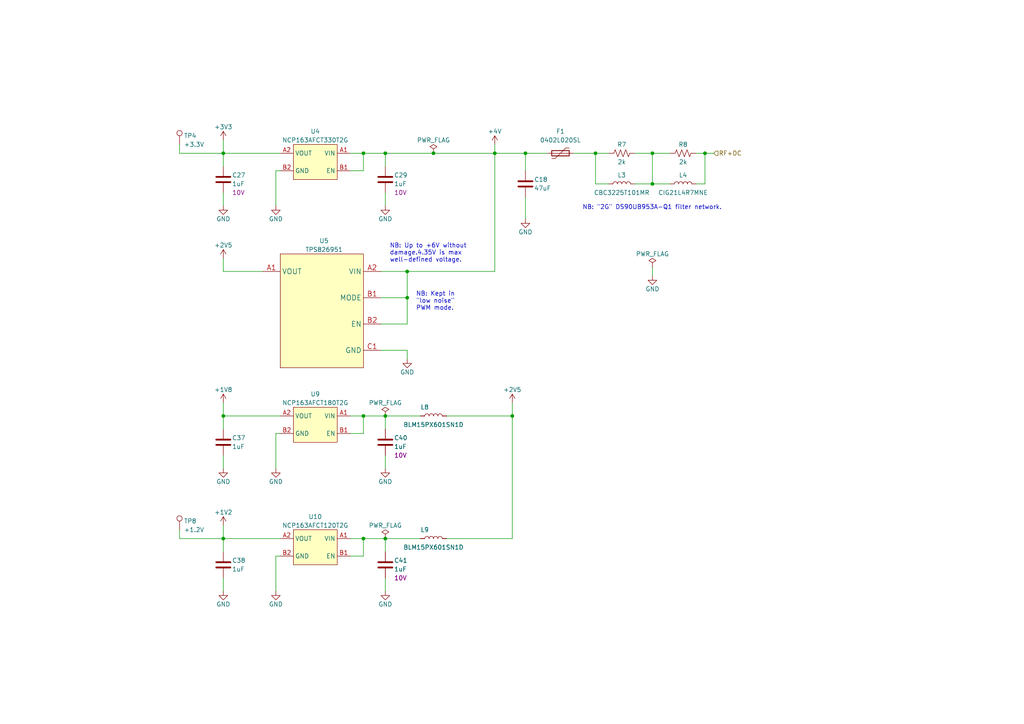
<source format=kicad_sch>
(kicad_sch (version 20211123) (generator eeschema)
  (paper "A4")
  (title_block (title "Headstage-RHS2116") (date "2021-12-16") (rev "A") (company "Open Ephys, Inc") (comment 1 "Jonathan P. Newman"))
  (lib_symbols
    (symbol "Connector:TestPoint" (pin_numbers hide) (pin_names (offset 0.762) hide)
      (property "Reference" "TP" (at 0 6.858 0))
      (property "Value" "TestPoint" (at 0 5.08 0))
      (symbol "TestPoint_0_1"
        (circle (center 0 3.302) (radius 0.762))
      )
      (symbol "TestPoint_1_1"
        (pin passive line (at 0 0 90) (length 2.54) (name "1") (number "1"))
      )
    )
    (symbol "Device:C" (pin_numbers hide) (pin_names (offset 0.254))
      (property "Reference" "C" (at 0.635 2.54 0))
      (property "Value" "C" (at 0.635 -2.54 0))
      (symbol "C_0_1"
        (polyline (pts (xy -2.032 -0.762) (xy 2.032 -0.762)) (stroke (width 0.508)))
        (polyline (pts (xy -2.032 0.762) (xy 2.032 0.762)) (stroke (width 0.508)))
      )
      (symbol "C_1_1"
        (pin passive line (at 0 3.81 270) (length 2.794) (name "~") (number "1"))
        (pin passive line (at 0 -3.81 90) (length 2.794) (name "~") (number "2"))
      )
    )
    (symbol "Device:L" (pin_numbers hide) (pin_names (offset 1.016) hide)
      (property "Reference" "L" (at -1.27 0 90))
      (property "Value" "L" (at 1.905 0 90))
      (symbol "L_0_1"
        (arc (start 0 -2.54) (mid 0.635 -1.905) (end 0 -1.27))
        (arc (start 0 -1.27) (mid 0.635 -0.635) (end 0 0))
        (arc (start 0 0) (mid 0.635 0.635) (end 0 1.27))
        (arc (start 0 1.27) (mid 0.635 1.905) (end 0 2.54))
      )
      (symbol "L_1_1"
        (pin passive line (at 0 3.81 270) (length 1.27) (name "1") (number "1"))
        (pin passive line (at 0 -3.81 90) (length 1.27) (name "2") (number "2"))
      )
    )
    (symbol "Device:Polyfuse" (pin_numbers hide) (pin_names (offset 0))
      (property "Reference" "F" (at -2.54 0 90))
      (property "Value" "Polyfuse" (at 2.54 0 90))
      (symbol "Polyfuse_0_1"
        (rectangle (start -0.762 2.54) (end 0.762 -2.54) (stroke (width 0.254)))
        (polyline (pts (xy 0 2.54) (xy 0 -2.54)))
        (polyline (pts (xy -1.524 2.54) (xy -1.524 1.524) (xy 1.524 -1.524) (xy 1.524 -2.54)))
      )
      (symbol "Polyfuse_1_1"
        (pin passive line (at 0 3.81 270) (length 1.27) (name "~") (number "1"))
        (pin passive line (at 0 -3.81 90) (length 1.27) (name "~") (number "2"))
      )
    )
    (symbol "Device:R_US" (pin_numbers hide) (pin_names (offset 0))
      (property "Reference" "R" (at 2.54 0 90))
      (property "Value" "R_US" (at -2.54 0 90))
      (symbol "R_US_0_1"
        (polyline (pts (xy 0 -2.286) (xy 0 -2.54)))
        (polyline (pts (xy 0 2.286) (xy 0 2.54)))
        (polyline (pts (xy 0 -0.762) (xy 1.016 -1.143) (xy 0 -1.524) (xy -1.016 -1.905) (xy 0 -2.286)))
        (polyline (pts (xy 0 0.762) (xy 1.016 0.381) (xy 0 0) (xy -1.016 -0.381) (xy 0 -0.762)))
        (polyline (pts (xy 0 2.286) (xy 1.016 1.905) (xy 0 1.524) (xy -1.016 1.143) (xy 0 0.762)))
      )
      (symbol "R_US_1_1"
        (pin passive line (at 0 3.81 270) (length 1.27) (name "~") (number "1"))
        (pin passive line (at 0 -3.81 90) (length 1.27) (name "~") (number "2"))
      )
    )
    (symbol "jonnew:LDO_EN"
      (property "Reference" "U" (at 0 8.89 0))
      (property "Value" "LDO_EN" (at 0 6.35 0))
      (symbol "LDO_EN_0_1"
        (rectangle (start -6.35 5.08) (end 6.35 -5.08) (stroke (width 0.1524)) (fill (type background)))
      )
      (symbol "LDO_EN_1_1"
        (pin power_in line (at -10.16 2.54 0) (length 3.81) (name "VIN") (number "A1"))
        (pin power_out line (at 10.16 2.54 180) (length 3.81) (name "VOUT") (number "A2"))
        (pin input line (at -10.16 -2.54 0) (length 3.81) (name "EN") (number "B1"))
        (pin power_in line (at 10.16 -2.54 180) (length 3.81) (name "GND") (number "B2"))
      )
    )
    (symbol "jonnew:TPS8269xxxSIPR"
      (property "Reference" "U" (at -11.43 19.685 0))
      (property "Value" "TPS8269xxxSIPR" (at -11.43 17.78 0))
      (symbol "TPS8269xxxSIPR_0_1"
        (rectangle (start -11.43 16.51) (end 12.7 -16.51) (stroke (width 0.1524)) (fill (type background)))
      )
      (symbol "TPS8269xxxSIPR_1_1"
        (pin power_out line (at 17.78 11.43 180) (length 5.08) (name "VOUT") (number "A1"))
        (pin power_in line (at -16.51 11.43 0) (length 5.08) (name "VIN") (number "A2"))
        (pin power_in line (at -16.51 11.43 0) (length 5.08) hide (name "VIN") (number "A3"))
        (pin input line (at -16.51 3.81 0) (length 5.08) (name "MODE") (number "B1"))
        (pin input line (at -16.51 -3.81 0) (length 5.08) (name "EN") (number "B2"))
        (pin power_in line (at -16.51 -11.43 0) (length 5.08) (name "GND") (number "C1"))
        (pin power_in line (at -16.51 -11.43 0) (length 5.08) hide (name "GND") (number "C2"))
        (pin power_in line (at -16.51 -11.43 0) (length 5.08) hide (name "GND") (number "C3"))
      )
    )
    (symbol "power:+1V2" (power) (pin_names (offset 0))
      (property "Value" "+1V2" (at 0 3.556 0))
      (symbol "+1V2_0_1"
        (polyline (pts (xy -0.762 1.27) (xy 0 2.54)))
        (polyline (pts (xy 0 0) (xy 0 2.54)))
        (polyline (pts (xy 0 2.54) (xy 0.762 1.27)))
      )
      (symbol "+1V2_1_1"
        (pin power_in line (at 0 0 90) (length 0) hide (name "+1V2") (number "1"))
      )
    )
    (symbol "power:+1V8" (power) (pin_names (offset 0))
      (property "Value" "+1V8" (at 0 3.556 0))
      (symbol "+1V8_0_1"
        (polyline (pts (xy -0.762 1.27) (xy 0 2.54)))
        (polyline (pts (xy 0 0) (xy 0 2.54)))
        (polyline (pts (xy 0 2.54) (xy 0.762 1.27)))
      )
      (symbol "+1V8_1_1"
        (pin power_in line (at 0 0 90) (length 0) hide (name "+1V8") (number "1"))
      )
    )
    (symbol "power:+2V5" (power) (pin_names (offset 0))
      (property "Value" "+2V5" (at 0 3.556 0))
      (symbol "+2V5_0_1"
        (polyline (pts (xy -0.762 1.27) (xy 0 2.54)))
        (polyline (pts (xy 0 0) (xy 0 2.54)))
        (polyline (pts (xy 0 2.54) (xy 0.762 1.27)))
      )
      (symbol "+2V5_1_1"
        (pin power_in line (at 0 0 90) (length 0) hide (name "+2V5") (number "1"))
      )
    )
    (symbol "power:+3.3V" (power) (pin_names (offset 0))
      (property "Value" "+3.3V" (at 0 3.556 0))
      (symbol "+3.3V_0_1"
        (polyline (pts (xy -0.762 1.27) (xy 0 2.54)))
        (polyline (pts (xy 0 0) (xy 0 2.54)))
        (polyline (pts (xy 0 2.54) (xy 0.762 1.27)))
      )
      (symbol "+3.3V_1_1"
        (pin power_in line (at 0 0 90) (length 0) hide (name "+3V3") (number "1"))
      )
    )
    (symbol "power:+4V" (power) (pin_names (offset 0))
      (property "Value" "+4V" (at 0 3.556 0))
      (symbol "+4V_0_1"
        (polyline (pts (xy -0.762 1.27) (xy 0 2.54)))
        (polyline (pts (xy 0 0) (xy 0 2.54)))
        (polyline (pts (xy 0 2.54) (xy 0.762 1.27)))
      )
      (symbol "+4V_1_1"
        (pin power_in line (at 0 0 90) (length 0) hide (name "+4V") (number "1"))
      )
    )
    (symbol "power:GND" (power) (pin_names (offset 0))
      (property "Value" "GND" (at 0 -3.81 0))
      (symbol "GND_0_1"
        (polyline (pts (xy 0 0) (xy 0 -1.27) (xy 1.27 -1.27) (xy 0 -2.54) (xy -1.27 -1.27) (xy 0 -1.27)))
      )
      (symbol "GND_1_1"
        (pin power_in line (at 0 0 270) (length 0) hide (name "GND") (number "1"))
      )
    )
    (symbol "power:PWR_FLAG" (power) (pin_numbers hide) (pin_names (offset 0) hide)
      (property "Value" "PWR_FLAG" (at 0 3.81 0))
      (symbol "PWR_FLAG_0_0"
        (pin power_out line (at 0 0 90) (length 0) (name "pwr") (number "1"))
      )
      (symbol "PWR_FLAG_0_1"
        (polyline (pts (xy 0 0) (xy 0 1.27) (xy -1.016 1.905) (xy 0 2.54) (xy 1.016 1.905) (xy 0 1.27)))
      )
    )
  )
  (junction (at 64.77 156.21))
  (junction (at 105.41 156.21))
  (junction (at 204.47 44.45))
  (junction (at 111.76 120.65))
  (junction (at 148.59 120.65))
  (junction (at 105.41 44.45))
  (junction (at 64.77 120.65))
  (junction (at 125.73 44.45))
  (junction (at 143.51 44.45))
  (junction (at 172.72 44.45))
  (junction (at 105.41 120.65))
  (junction (at 152.4 44.45))
  (junction (at 189.23 44.45))
  (junction (at 64.77 44.45))
  (junction (at 118.11 86.36))
  (junction (at 189.23 53.34))
  (junction (at 111.76 156.21))
  (junction (at 111.76 44.45))
  (junction (at 118.11 78.74))
  (wire (pts (xy 176.53 53.34) (xy 172.72 53.34)))
  (wire (pts (xy 172.72 53.34) (xy 172.72 44.45)))
  (wire (pts (xy 64.77 55.88) (xy 64.77 59.69)))
  (wire (pts (xy 105.41 156.21) (xy 105.41 161.29)))
  (wire (pts (xy 52.07 44.45) (xy 52.07 41.91)))
  (wire (pts (xy 110.49 93.98) (xy 118.11 93.98)))
  (wire (pts (xy 189.23 44.45) (xy 194.31 44.45)))
  (wire (pts (xy 184.15 44.45) (xy 189.23 44.45)))
  (wire (pts (xy 201.93 44.45) (xy 204.47 44.45)))
  (wire (pts (xy 204.47 53.34) (xy 201.93 53.34)))
  (wire (pts (xy 204.47 44.45) (xy 204.47 53.34)))
  (wire (pts (xy 80.01 49.53) (xy 80.01 59.69)))
  (wire (pts (xy 81.28 49.53) (xy 80.01 49.53)))
  (wire (pts (xy 111.76 156.21) (xy 111.76 160.02)))
  (wire (pts (xy 184.15 53.34) (xy 189.23 53.34)))
  (wire (pts (xy 189.23 53.34) (xy 194.31 53.34)))
  (wire (pts (xy 111.76 132.08) (xy 111.76 135.89)))
  (wire (pts (xy 64.77 156.21) (xy 81.28 156.21)))
  (wire (pts (xy 101.6 49.53) (xy 105.41 49.53)))
  (wire (pts (xy 143.51 78.74) (xy 143.51 44.45)))
  (wire (pts (xy 101.6 125.73) (xy 105.41 125.73)))
  (wire (pts (xy 111.76 120.65) (xy 111.76 124.46)))
  (wire (pts (xy 118.11 78.74) (xy 143.51 78.74)))
  (wire (pts (xy 189.23 77.47) (xy 189.23 80.01)))
  (wire (pts (xy 80.01 161.29) (xy 80.01 171.45)))
  (wire (pts (xy 111.76 120.65) (xy 121.92 120.65)))
  (wire (pts (xy 129.54 156.21) (xy 148.59 156.21)))
  (wire (pts (xy 111.76 156.21) (xy 121.92 156.21)))
  (wire (pts (xy 105.41 120.65) (xy 105.41 125.73)))
  (wire (pts (xy 125.73 44.45) (xy 143.51 44.45)))
  (wire (pts (xy 148.59 116.84) (xy 148.59 120.65)))
  (wire (pts (xy 166.37 44.45) (xy 172.72 44.45)))
  (wire (pts (xy 64.77 44.45) (xy 64.77 48.26)))
  (wire (pts (xy 64.77 78.74) (xy 76.2 78.74)))
  (wire (pts (xy 172.72 44.45) (xy 176.53 44.45)))
  (wire (pts (xy 64.77 40.64) (xy 64.77 44.45)))
  (wire (pts (xy 143.51 44.45) (xy 152.4 44.45)))
  (wire (pts (xy 81.28 125.73) (xy 80.01 125.73)))
  (wire (pts (xy 110.49 78.74) (xy 118.11 78.74)))
  (wire (pts (xy 118.11 104.14) (xy 118.11 101.6)))
  (wire (pts (xy 52.07 156.21) (xy 52.07 153.67)))
  (wire (pts (xy 64.77 74.93) (xy 64.77 78.74)))
  (wire (pts (xy 52.07 156.21) (xy 64.77 156.21)))
  (wire (pts (xy 81.28 161.29) (xy 80.01 161.29)))
  (wire (pts (xy 101.6 156.21) (xy 105.41 156.21)))
  (wire (pts (xy 105.41 156.21) (xy 111.76 156.21)))
  (wire (pts (xy 204.47 44.45) (xy 207.01 44.45)))
  (wire (pts (xy 129.54 120.65) (xy 148.59 120.65)))
  (wire (pts (xy 101.6 44.45) (xy 105.41 44.45)))
  (wire (pts (xy 105.41 44.45) (xy 111.76 44.45)))
  (wire (pts (xy 111.76 44.45) (xy 125.73 44.45)))
  (wire (pts (xy 80.01 125.73) (xy 80.01 135.89)))
  (wire (pts (xy 148.59 120.65) (xy 148.59 156.21)))
  (wire (pts (xy 64.77 152.4) (xy 64.77 156.21)))
  (wire (pts (xy 118.11 93.98) (xy 118.11 86.36)))
  (wire (pts (xy 110.49 101.6) (xy 118.11 101.6)))
  (wire (pts (xy 143.51 41.91) (xy 143.51 44.45)))
  (wire (pts (xy 64.77 120.65) (xy 81.28 120.65)))
  (wire (pts (xy 64.77 120.65) (xy 64.77 124.46)))
  (wire (pts (xy 111.76 167.64) (xy 111.76 171.45)))
  (wire (pts (xy 105.41 120.65) (xy 111.76 120.65)))
  (wire (pts (xy 101.6 120.65) (xy 105.41 120.65)))
  (wire (pts (xy 64.77 132.08) (xy 64.77 135.89)))
  (wire (pts (xy 64.77 167.64) (xy 64.77 171.45)))
  (wire (pts (xy 64.77 156.21) (xy 64.77 160.02)))
  (wire (pts (xy 110.49 86.36) (xy 118.11 86.36)))
  (wire (pts (xy 189.23 44.45) (xy 189.23 53.34)))
  (wire (pts (xy 64.77 116.84) (xy 64.77 120.65)))
  (wire (pts (xy 64.77 44.45) (xy 81.28 44.45)))
  (wire (pts (xy 52.07 44.45) (xy 64.77 44.45)))
  (wire (pts (xy 101.6 161.29) (xy 105.41 161.29)))
  (wire (pts (xy 152.4 44.45) (xy 158.75 44.45)))
  (wire (pts (xy 152.4 57.15) (xy 152.4 63.5)))
  (wire (pts (xy 152.4 44.45) (xy 152.4 49.53)))
  (wire (pts (xy 111.76 55.88) (xy 111.76 59.69)))
  (wire (pts (xy 111.76 44.45) (xy 111.76 48.26)))
  (wire (pts (xy 118.11 86.36) (xy 118.11 78.74)))
  (wire (pts (xy 105.41 44.45) (xy 105.41 49.53)))
  (text "NB: Kept in\n\"low noise\"\nPWM mode." (at 120.65 90.17 0) (effects (font (size 1.27 1.27)) (justify left bottom)))
  (text "NB: \"2G\" DS90UB953A-Q1 filter network." (at 168.91 60.96 0) (effects (font (size 1.27 1.27)) (justify left bottom)))
  (text "NB: Up to +6V without\ndamage.4.35V is max \nwell-defined voltage." (at 113.03 76.2 0) (effects (font (size 1.27 1.27)) (justify left bottom)))
  (hierarchical_label "RF+DC" (shape input) (at 207.01 44.45 0))
  (symbol (lib_id "power:GND") (at 80.01 135.89 0) (unit 1)
    (property "Reference" "#PWR040" (effects hide))
    (property "Value" "GND" (at 80.01 139.7 0))
  )
  (symbol (lib_id "power:GND") (at 189.23 80.01 0) (unit 1)
    (property "Reference" "#PWR0114" (effects hide))
    (property "Value" "GND" (at 189.23 83.82 0))
  )
  (symbol (lib_id "power:GND") (at 64.77 171.45 0) (unit 1)
    (property "Reference" "#PWR038" (effects hide))
    (property "Value" "GND" (at 64.77 175.26 0))
  )
  (symbol (lib_id "power:+2V5") (at 64.77 74.93 0) (unit 1)
    (property "Reference" "#PWR0159" (effects hide))
    (property "Value" "+2V5" (at 64.77 71.12 0))
  )
  (symbol (lib_id "Connector:TestPoint") (at 52.07 153.67 0) (unit 1) (in_bom no)
    (property "Reference" "TP8" (at 53.34 151.13 0) (effects (justify left)))
    (property "Value" "+1.2V" (at 53.34 153.67 0) (effects (justify left)))
    (property "Footprint" "jonnew:TestPoint_Pad_D0.6mm" (effects hide))
  )
  (symbol (lib_id "Connector:TestPoint") (at 52.07 41.91 0) (unit 1) (in_bom no)
    (property "Reference" "TP4" (at 53.34 39.37 0) (effects (justify left)))
    (property "Value" "+3.3V" (at 53.34 41.91 0) (effects (justify left)))
    (property "Footprint" "jonnew:TestPoint_Pad_D0.6mm" (effects hide))
  )
  (symbol (lib_id "power:PWR_FLAG") (at 125.73 44.45 0) (unit 1)
    (property "Reference" "#FLG0104" (effects hide))
    (property "Value" "PWR_FLAG" (at 125.73 40.64 0))
  )
  (symbol (lib_id "power:GND") (at 111.76 171.45 0) (unit 1)
    (property "Reference" "#PWR044" (effects hide))
    (property "Value" "GND" (at 111.76 175.26 0))
  )
  (symbol (lib_id "Device:L") (at 125.73 120.65 90) (unit 1)
    (property "Reference" "L8" (at 123.19 118.11 90))
    (property "Value" "BLM15PX601SN1D" (at 125.73 123.19 90))
    (property "Footprint" "Inductor_SMD:L_0402_1005Metric" (effects hide))
  )
  (symbol (lib_id "power:PWR_FLAG") (at 189.23 77.47 0) (unit 1)
    (property "Reference" "#FLG0105" (effects hide))
    (property "Value" "PWR_FLAG" (at 189.23 73.66 0))
  )
  (symbol (lib_id "Device:L") (at 198.12 53.34 270) (mirror x) (unit 1)
    (property "Reference" "L4" (at 198.12 50.8 90))
    (property "Value" "CIG21L4R7MNE" (at 198.12 55.88 90))
    (property "Footprint" "Inductor_SMD:L_0805_2012Metric" (effects hide))
  )
  (symbol (lib_id "Device:C") (at 111.76 52.07 0) (unit 1)
    (property "Reference" "C29" (at 114.3 50.8 0) (effects (justify left)))
    (property "Value" "1uF" (at 114.3 53.34 0) (effects (justify left)))
    (property "Footprint" "Capacitor_SMD:C_0201_0603Metric" (effects hide))
    (property "Voltage" "10V" (at 114.3 55.88 0) (effects (justify left)))
  )
  (symbol (lib_id "Device:C") (at 64.77 163.83 0) (unit 1)
    (property "Reference" "C38" (at 67.31 162.56 0) (effects (justify left)))
    (property "Value" "1uF" (at 67.31 165.1 0) (effects (justify left)))
    (property "Footprint" "Capacitor_SMD:C_0201_0603Metric" (effects hide))
  )
  (symbol (lib_id "power:GND") (at 80.01 171.45 0) (unit 1)
    (property "Reference" "#PWR041" (effects hide))
    (property "Value" "GND" (at 80.01 175.26 0))
  )
  (symbol (lib_id "Device:C") (at 152.4 53.34 0) (unit 1)
    (property "Reference" "C18" (at 154.94 52.07 0) (effects (justify left)))
    (property "Value" "47uF" (at 154.94 54.61 0) (effects (justify left)))
    (property "Footprint" "Capacitor_SMD:C_0805_2012Metric" (effects hide))
  )
  (symbol (lib_id "jonnew:LDO_EN") (at 91.44 46.99 0) (mirror y) (unit 1)
    (property "Reference" "U4" (at 91.44 38.1 0))
    (property "Value" "NCP163AFCT330T2G" (at 91.44 40.64 0))
    (property "Footprint" "jonnew:ONSEMI_567JZ_WLCSP4-0.64x0.64" (effects hide))
  )
  (symbol (lib_id "power:GND") (at 111.76 59.69 0) (unit 1)
    (property "Reference" "#PWR020" (effects hide))
    (property "Value" "GND" (at 111.76 63.5 0))
  )
  (symbol (lib_id "power:GND") (at 64.77 135.89 0) (unit 1)
    (property "Reference" "#PWR025" (effects hide))
    (property "Value" "GND" (at 64.77 139.7 0))
  )
  (symbol (lib_id "Device:C") (at 111.76 163.83 0) (unit 1)
    (property "Reference" "C41" (at 114.3 162.56 0) (effects (justify left)))
    (property "Value" "1uF" (at 114.3 165.1 0) (effects (justify left)))
    (property "Footprint" "Capacitor_SMD:C_0201_0603Metric" (effects hide))
    (property "Voltage" "10V" (at 114.3 167.64 0) (effects (justify left)))
  )
  (symbol (lib_id "Device:Polyfuse") (at 162.56 44.45 270) (unit 1)
    (property "Reference" "F1" (at 162.56 38.1 90))
    (property "Value" "0402L020SL" (at 162.56 40.64 90))
    (property "Footprint" "jonnew:LITTLEFUSE_0402" (effects hide))
  )
  (symbol (lib_id "Device:C") (at 111.76 128.27 0) (unit 1)
    (property "Reference" "C40" (at 114.3 127 0) (effects (justify left)))
    (property "Value" "1uF" (at 114.3 129.54 0) (effects (justify left)))
    (property "Footprint" "Capacitor_SMD:C_0201_0603Metric" (effects hide))
    (property "Voltage" "10V" (at 114.3 132.08 0) (effects (justify left)))
  )
  (symbol (lib_id "power:+4V") (at 143.51 41.91 0) (unit 1)
    (property "Reference" "#PWR0150" (effects hide))
    (property "Value" "+4V" (at 143.51 38.1 0))
  )
  (symbol (lib_id "Device:C") (at 64.77 52.07 0) (unit 1)
    (property "Reference" "C27" (at 67.31 50.8 0) (effects (justify left)))
    (property "Value" "1uF" (at 67.31 53.34 0) (effects (justify left)))
    (property "Footprint" "Capacitor_SMD:C_0201_0603Metric" (effects hide))
    (property "Voltage" "10V" (at 67.31 55.88 0) (effects (justify left)))
  )
  (symbol (lib_id "power:PWR_FLAG") (at 111.76 120.65 0) (unit 1)
    (property "Reference" "#FLG013" (effects hide))
    (property "Value" "PWR_FLAG" (at 111.76 116.84 0))
  )
  (symbol (lib_id "Device:R_US") (at 180.34 44.45 90) (unit 1)
    (property "Reference" "R7" (at 180.34 41.91 90))
    (property "Value" "2k" (at 180.34 46.99 90))
    (property "Footprint" "Resistor_SMD:R_0201_0603Metric" (effects hide))
  )
  (symbol (lib_id "power:+1V8") (at 64.77 116.84 0) (unit 1)
    (property "Reference" "#PWR024" (effects hide))
    (property "Value" "+1V8" (at 64.77 113.03 0))
  )
  (symbol (lib_id "Device:C") (at 64.77 128.27 0) (unit 1)
    (property "Reference" "C37" (at 67.31 127 0) (effects (justify left)))
    (property "Value" "1uF" (at 67.31 129.54 0) (effects (justify left)))
    (property "Footprint" "Capacitor_SMD:C_0201_0603Metric" (effects hide))
  )
  (symbol (lib_id "Device:R_US") (at 198.12 44.45 90) (unit 1)
    (property "Reference" "R8" (at 198.12 41.91 90))
    (property "Value" "2k" (at 198.12 46.99 90))
    (property "Footprint" "Resistor_SMD:R_0201_0603Metric" (effects hide))
  )
  (symbol (lib_id "power:GND") (at 111.76 135.89 0) (unit 1)
    (property "Reference" "#PWR043" (effects hide))
    (property "Value" "GND" (at 111.76 139.7 0))
  )
  (symbol (lib_id "power:GND") (at 152.4 63.5 0) (unit 1)
    (property "Reference" "#PWR0125" (effects hide))
    (property "Value" "GND" (at 152.4 67.31 0))
  )
  (symbol (lib_id "jonnew:LDO_EN") (at 91.44 158.75 0) (mirror y) (unit 1)
    (property "Reference" "U10" (at 91.44 149.86 0))
    (property "Value" "NCP163AFCT120T2G" (at 91.44 152.4 0))
    (property "Footprint" "jonnew:ONSEMI_567JZ_WLCSP4-0.64x0.64" (effects hide))
  )
  (symbol (lib_id "Device:L") (at 125.73 156.21 90) (unit 1)
    (property "Reference" "L9" (at 123.19 153.67 90))
    (property "Value" "BLM15PX601SN1D" (at 125.73 158.75 90))
    (property "Footprint" "Inductor_SMD:L_0402_1005Metric" (effects hide))
  )
  (symbol (lib_id "power:GND") (at 80.01 59.69 0) (unit 1)
    (property "Reference" "#PWR018" (effects hide))
    (property "Value" "GND" (at 80.01 63.5 0))
  )
  (symbol (lib_id "power:PWR_FLAG") (at 111.76 156.21 0) (unit 1)
    (property "Reference" "#FLG014" (effects hide))
    (property "Value" "PWR_FLAG" (at 111.76 152.4 0))
  )
  (symbol (lib_id "power:+2V5") (at 148.59 116.84 0) (unit 1)
    (property "Reference" "#PWR0161" (effects hide))
    (property "Value" "+2V5" (at 148.59 113.03 0))
  )
  (symbol (lib_id "power:+1V2") (at 64.77 152.4 0) (unit 1)
    (property "Reference" "#PWR037" (effects hide))
    (property "Value" "+1V2" (at 64.77 148.59 0))
  )
  (symbol (lib_id "jonnew:TPS8269xxxSIPR") (at 93.98 90.17 0) (mirror y) (unit 1)
    (property "Reference" "U5" (at 93.98 69.85 0))
    (property "Value" "TPS826951" (at 93.98 72.39 0))
    (property "Footprint" "jonnew:TI_SIP0008B" (effects hide))
  )
  (symbol (lib_id "Device:L") (at 180.34 53.34 90) (unit 1)
    (property "Reference" "L3" (at 180.34 50.8 90))
    (property "Value" "CBC3225T101MR" (at 180.34 55.88 90))
    (property "Footprint" "Inductor_SMD:L_1210_3225Metric" (effects hide))
  )
  (symbol (lib_id "power:+3.3V") (at 64.77 40.64 0) (unit 1)
    (property "Reference" "#PWR0169" (effects hide))
    (property "Value" "+3.3V" (at 64.77 36.83 0))
  )
  (symbol (lib_id "jonnew:LDO_EN") (at 91.44 123.19 0) (mirror y) (unit 1)
    (property "Reference" "U9" (at 91.44 114.3 0))
    (property "Value" "NCP163AFCT180T2G" (at 91.44 116.84 0))
    (property "Footprint" "jonnew:ONSEMI_567JZ_WLCSP4-0.64x0.64" (effects hide))
  )
  (symbol (lib_id "power:GND") (at 64.77 59.69 0) (unit 1)
    (property "Reference" "#PWR017" (effects hide))
    (property "Value" "GND" (at 64.77 63.5 0))
  )
  (symbol (lib_id "power:GND") (at 118.11 104.14 0) (unit 1)
    (property "Reference" "#PWR0160" (effects hide))
    (property "Value" "GND" (at 118.11 107.95 0))
  )
)
</source>
